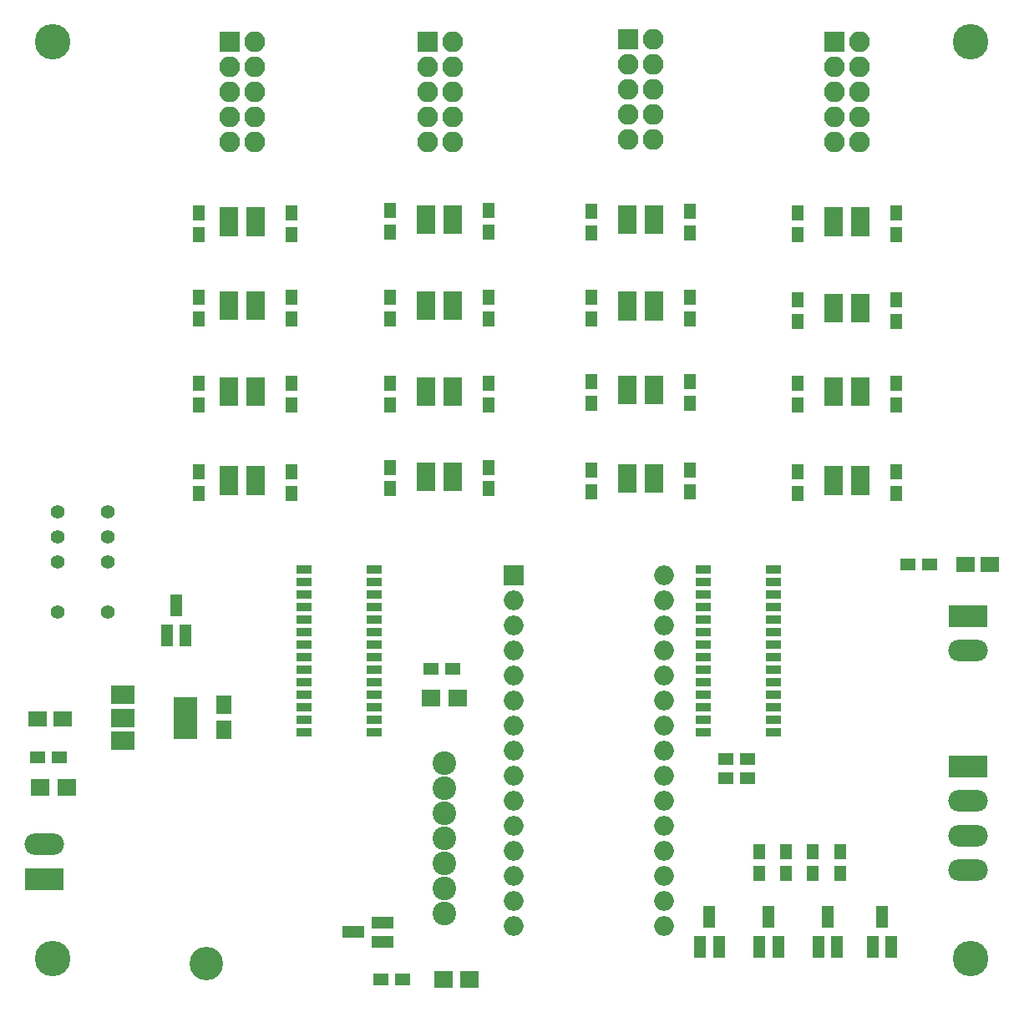
<source format=gbr>
G04 #@! TF.FileFunction,Soldermask,Top*
%FSLAX46Y46*%
G04 Gerber Fmt 4.6, Leading zero omitted, Abs format (unit mm)*
G04 Created by KiCad (PCBNEW 4.0.7) date 02/05/18 06:25:40*
%MOMM*%
%LPD*%
G01*
G04 APERTURE LIST*
%ADD10C,0.100000*%
%ADD11R,2.000000X2.000000*%
%ADD12O,2.000000X2.000000*%
%ADD13C,2.400000*%
%ADD14C,3.400000*%
%ADD15C,3.600000*%
%ADD16R,1.900000X1.650000*%
%ADD17R,1.650000X1.900000*%
%ADD18R,1.900000X1.700000*%
%ADD19R,1.200000X2.300000*%
%ADD20R,1.600000X1.300000*%
%ADD21R,1.300000X1.600000*%
%ADD22R,2.400000X4.200000*%
%ADD23R,2.400000X1.900000*%
%ADD24C,1.400000*%
%ADD25R,1.543000X0.908000*%
%ADD26R,1.960000X1.050000*%
%ADD27R,2.100000X2.100000*%
%ADD28O,2.100000X2.100000*%
%ADD29R,4.000000X2.200000*%
%ADD30O,4.000000X2.200000*%
%ADD31R,2.300000X1.200000*%
G04 APERTURE END LIST*
D10*
D11*
X75200000Y-82600000D03*
D12*
X90440000Y-115620000D03*
X75200000Y-85140000D03*
X90440000Y-113080000D03*
X75200000Y-87680000D03*
X90440000Y-110540000D03*
X75200000Y-90220000D03*
X90440000Y-108000000D03*
X75200000Y-92760000D03*
X90440000Y-105460000D03*
X75200000Y-95300000D03*
X90440000Y-102920000D03*
X75200000Y-97840000D03*
X90440000Y-100380000D03*
X75200000Y-100380000D03*
X90440000Y-97840000D03*
X75200000Y-102920000D03*
X90440000Y-95300000D03*
X75200000Y-105460000D03*
X90440000Y-92760000D03*
X75200000Y-108000000D03*
X90440000Y-90220000D03*
X75200000Y-110540000D03*
X90440000Y-87680000D03*
X75200000Y-113080000D03*
X90440000Y-85140000D03*
X75200000Y-115620000D03*
X90440000Y-82600000D03*
X75200000Y-118160000D03*
X90440000Y-118160000D03*
D13*
X68200000Y-101670000D03*
X68200000Y-104210000D03*
X68200000Y-106750000D03*
X68200000Y-109290000D03*
X68200000Y-111830000D03*
X68200000Y-114370000D03*
X68200000Y-116910000D03*
D14*
X44070000Y-121990000D03*
D15*
X121500000Y-121500000D03*
X28500000Y-28500000D03*
X28500000Y-121500000D03*
X121500000Y-28500000D03*
D16*
X29450000Y-97200000D03*
X26950000Y-97200000D03*
D17*
X45800000Y-95750000D03*
X45800000Y-98250000D03*
D16*
X123500000Y-81500000D03*
X121000000Y-81500000D03*
D18*
X29900000Y-104100000D03*
X27200000Y-104100000D03*
X69550000Y-95100000D03*
X66850000Y-95100000D03*
D19*
X40050000Y-88700000D03*
X41950000Y-88700000D03*
X41000000Y-85700000D03*
X94100000Y-120250000D03*
X96000000Y-120250000D03*
X95050000Y-117250000D03*
X100100000Y-120250000D03*
X102000000Y-120250000D03*
X101050000Y-117250000D03*
X106100000Y-120250000D03*
X108000000Y-120250000D03*
X107050000Y-117250000D03*
X111600000Y-120250000D03*
X113500000Y-120250000D03*
X112550000Y-117250000D03*
D20*
X26950000Y-101100000D03*
X29150000Y-101100000D03*
X66850000Y-92100000D03*
X69050000Y-92100000D03*
X117350000Y-81500000D03*
X115150000Y-81500000D03*
X98900000Y-101200000D03*
X96700000Y-101200000D03*
X98900000Y-103200000D03*
X96700000Y-103200000D03*
D21*
X100050000Y-110650000D03*
X100050000Y-112850000D03*
X102800000Y-110650000D03*
X102800000Y-112850000D03*
X105550000Y-110650000D03*
X105550000Y-112850000D03*
X108300000Y-110650000D03*
X108300000Y-112850000D03*
X62700000Y-73850000D03*
X62700000Y-71650000D03*
X103950000Y-74350000D03*
X103950000Y-72150000D03*
X43300000Y-74350000D03*
X43300000Y-72150000D03*
X83050000Y-74150000D03*
X83050000Y-71950000D03*
X72700000Y-71650000D03*
X72700000Y-73850000D03*
X113950000Y-72150000D03*
X113950000Y-74350000D03*
X52700000Y-72150000D03*
X52700000Y-74350000D03*
X93050000Y-71950000D03*
X93050000Y-74150000D03*
X62700000Y-65350000D03*
X62700000Y-63150000D03*
X103950000Y-65350000D03*
X103950000Y-63150000D03*
X43300000Y-65350000D03*
X43300000Y-63150000D03*
X83050000Y-65150000D03*
X83050000Y-62950000D03*
X72700000Y-63150000D03*
X72700000Y-65350000D03*
X113950000Y-63150000D03*
X113950000Y-65350000D03*
X52700000Y-63150000D03*
X52700000Y-65350000D03*
X93050000Y-62950000D03*
X93050000Y-65150000D03*
X62700000Y-56600000D03*
X62700000Y-54400000D03*
X103950000Y-56850000D03*
X103950000Y-54650000D03*
X43300000Y-56600000D03*
X43300000Y-54400000D03*
X83050000Y-56650000D03*
X83050000Y-54450000D03*
X72700000Y-54400000D03*
X72700000Y-56600000D03*
X113950000Y-54650000D03*
X113950000Y-56850000D03*
X52700000Y-54400000D03*
X52700000Y-56600000D03*
X93050000Y-54450000D03*
X93050000Y-56650000D03*
X62700000Y-47850000D03*
X62700000Y-45650000D03*
X103950000Y-48100000D03*
X103950000Y-45900000D03*
X43300000Y-48100000D03*
X43300000Y-45900000D03*
X83050000Y-47900000D03*
X83050000Y-45700000D03*
X72700000Y-45650000D03*
X72700000Y-47850000D03*
X113950000Y-45900000D03*
X113950000Y-48100000D03*
X52700000Y-45900000D03*
X52700000Y-48100000D03*
X93050000Y-45700000D03*
X93050000Y-47900000D03*
D22*
X41900000Y-97050000D03*
D23*
X35600000Y-97050000D03*
X35600000Y-99350000D03*
X35600000Y-94750000D03*
D24*
X29010000Y-86360000D03*
X34090000Y-86360000D03*
X29010000Y-81280000D03*
X34090000Y-81280000D03*
X29010000Y-78740000D03*
X29010000Y-76200000D03*
X34090000Y-78740000D03*
X34090000Y-76200000D03*
D25*
X53944000Y-81995000D03*
X53944000Y-83265000D03*
X53944000Y-84535000D03*
X53944000Y-85805000D03*
X53944000Y-87075000D03*
X53944000Y-88345000D03*
X53944000Y-89615000D03*
X53944000Y-90885000D03*
X53944000Y-92155000D03*
X53944000Y-93425000D03*
X53944000Y-94695000D03*
X53944000Y-95965000D03*
X53944000Y-97235000D03*
X53944000Y-98505000D03*
X61056000Y-98505000D03*
X61056000Y-97235000D03*
X61056000Y-95965000D03*
X61056000Y-94695000D03*
X61056000Y-93425000D03*
X61056000Y-92155000D03*
X61056000Y-90885000D03*
X61056000Y-89615000D03*
X61056000Y-88345000D03*
X61056000Y-87075000D03*
X61056000Y-85805000D03*
X61056000Y-84535000D03*
X61056000Y-83265000D03*
X61056000Y-81995000D03*
X94444000Y-81995000D03*
X94444000Y-83265000D03*
X94444000Y-84535000D03*
X94444000Y-85805000D03*
X94444000Y-87075000D03*
X94444000Y-88345000D03*
X94444000Y-89615000D03*
X94444000Y-90885000D03*
X94444000Y-92155000D03*
X94444000Y-93425000D03*
X94444000Y-94695000D03*
X94444000Y-95965000D03*
X94444000Y-97235000D03*
X94444000Y-98505000D03*
X101556000Y-98505000D03*
X101556000Y-97235000D03*
X101556000Y-95965000D03*
X101556000Y-94695000D03*
X101556000Y-93425000D03*
X101556000Y-92155000D03*
X101556000Y-90885000D03*
X101556000Y-89615000D03*
X101556000Y-88345000D03*
X101556000Y-87075000D03*
X101556000Y-85805000D03*
X101556000Y-84535000D03*
X101556000Y-83265000D03*
X101556000Y-81995000D03*
D26*
X66350000Y-71650000D03*
X66350000Y-72600000D03*
X66350000Y-73550000D03*
X69050000Y-73550000D03*
X69050000Y-71650000D03*
X69050000Y-72600000D03*
X107600000Y-72050000D03*
X107600000Y-73000000D03*
X107600000Y-73950000D03*
X110300000Y-73950000D03*
X110300000Y-72050000D03*
X110300000Y-73000000D03*
X46350000Y-72050000D03*
X46350000Y-73000000D03*
X46350000Y-73950000D03*
X49050000Y-73950000D03*
X49050000Y-72050000D03*
X49050000Y-73000000D03*
X86700000Y-71850000D03*
X86700000Y-72800000D03*
X86700000Y-73750000D03*
X89400000Y-73750000D03*
X89400000Y-71850000D03*
X89400000Y-72800000D03*
X66350000Y-63050000D03*
X66350000Y-64000000D03*
X66350000Y-64950000D03*
X69050000Y-64950000D03*
X69050000Y-63050000D03*
X69050000Y-64000000D03*
X107600000Y-63050000D03*
X107600000Y-64000000D03*
X107600000Y-64950000D03*
X110300000Y-64950000D03*
X110300000Y-63050000D03*
X110300000Y-64000000D03*
X46350000Y-63050000D03*
X46350000Y-64000000D03*
X46350000Y-64950000D03*
X49050000Y-64950000D03*
X49050000Y-63050000D03*
X49050000Y-64000000D03*
X86700000Y-62850000D03*
X86700000Y-63800000D03*
X86700000Y-64750000D03*
X89400000Y-64750000D03*
X89400000Y-62850000D03*
X89400000Y-63800000D03*
X66350000Y-54300000D03*
X66350000Y-55250000D03*
X66350000Y-56200000D03*
X69050000Y-56200000D03*
X69050000Y-54300000D03*
X69050000Y-55250000D03*
X107600000Y-54550000D03*
X107600000Y-55500000D03*
X107600000Y-56450000D03*
X110300000Y-56450000D03*
X110300000Y-54550000D03*
X110300000Y-55500000D03*
X46350000Y-54300000D03*
X46350000Y-55250000D03*
X46350000Y-56200000D03*
X49050000Y-56200000D03*
X49050000Y-54300000D03*
X49050000Y-55250000D03*
X86700000Y-54350000D03*
X86700000Y-55300000D03*
X86700000Y-56250000D03*
X89400000Y-56250000D03*
X89400000Y-54350000D03*
X89400000Y-55300000D03*
X66350000Y-45600000D03*
X66350000Y-46550000D03*
X66350000Y-47500000D03*
X69050000Y-47500000D03*
X69050000Y-45600000D03*
X69050000Y-46550000D03*
X107600000Y-45800000D03*
X107600000Y-46750000D03*
X107600000Y-47700000D03*
X110300000Y-47700000D03*
X110300000Y-45800000D03*
X110300000Y-46750000D03*
X46350000Y-45800000D03*
X46350000Y-46750000D03*
X46350000Y-47700000D03*
X49050000Y-47700000D03*
X49050000Y-45800000D03*
X49050000Y-46750000D03*
X86700000Y-45600000D03*
X86700000Y-46550000D03*
X86700000Y-47500000D03*
X89400000Y-47500000D03*
X89400000Y-45600000D03*
X89400000Y-46550000D03*
D27*
X66450000Y-28500000D03*
D28*
X68990000Y-28500000D03*
X66450000Y-31040000D03*
X68990000Y-31040000D03*
X66450000Y-33580000D03*
X68990000Y-33580000D03*
X66450000Y-36120000D03*
X68990000Y-36120000D03*
X66450000Y-38660000D03*
X68990000Y-38660000D03*
D27*
X46450000Y-28500000D03*
D28*
X48990000Y-28500000D03*
X46450000Y-31040000D03*
X48990000Y-31040000D03*
X46450000Y-33580000D03*
X48990000Y-33580000D03*
X46450000Y-36120000D03*
X48990000Y-36120000D03*
X46450000Y-38660000D03*
X48990000Y-38660000D03*
D27*
X107700000Y-28500000D03*
D28*
X110240000Y-28500000D03*
X107700000Y-31040000D03*
X110240000Y-31040000D03*
X107700000Y-33580000D03*
X110240000Y-33580000D03*
X107700000Y-36120000D03*
X110240000Y-36120000D03*
X107700000Y-38660000D03*
X110240000Y-38660000D03*
D27*
X86800000Y-28300000D03*
D28*
X89340000Y-28300000D03*
X86800000Y-30840000D03*
X89340000Y-30840000D03*
X86800000Y-33380000D03*
X89340000Y-33380000D03*
X86800000Y-35920000D03*
X89340000Y-35920000D03*
X86800000Y-38460000D03*
X89340000Y-38460000D03*
D29*
X27600000Y-113400000D03*
D30*
X27600000Y-109900000D03*
D29*
X121250000Y-102000000D03*
D30*
X121250000Y-105500000D03*
X121250000Y-109000000D03*
X121250000Y-112500000D03*
D29*
X121250000Y-86750000D03*
D30*
X121250000Y-90250000D03*
D18*
X68050000Y-123600000D03*
X70750000Y-123600000D03*
D31*
X61900000Y-119750000D03*
X61900000Y-117850000D03*
X58900000Y-118800000D03*
D20*
X63900000Y-123600000D03*
X61700000Y-123600000D03*
M02*

</source>
